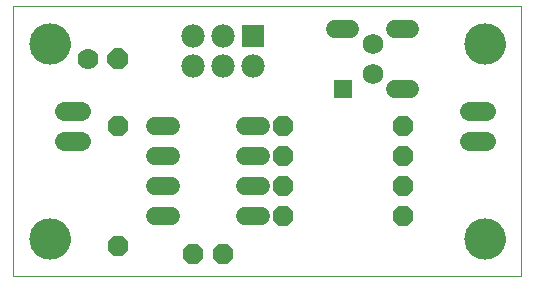
<source format=gbs>
G75*
%MOIN*%
%OFA0B0*%
%FSLAX25Y25*%
%IPPOS*%
%LPD*%
%AMOC8*
5,1,8,0,0,1.08239X$1,22.5*
%
%ADD10C,0.00000*%
%ADD11C,0.13800*%
%ADD12C,0.06000*%
%ADD13C,0.06400*%
%ADD14R,0.05950X0.05950*%
%ADD15C,0.05950*%
%ADD16C,0.06800*%
%ADD17OC8,0.07000*%
%ADD18C,0.07000*%
%ADD19R,0.07800X0.07800*%
%ADD20C,0.07800*%
%ADD21OC8,0.06800*%
D10*
X0001494Y0001520D02*
X0001516Y0091480D01*
X0170850Y0091480D01*
X0170850Y0001520D01*
X0001494Y0001520D01*
X0007500Y0014000D02*
X0007502Y0014161D01*
X0007508Y0014321D01*
X0007518Y0014482D01*
X0007532Y0014642D01*
X0007550Y0014802D01*
X0007571Y0014961D01*
X0007597Y0015120D01*
X0007627Y0015278D01*
X0007660Y0015435D01*
X0007698Y0015592D01*
X0007739Y0015747D01*
X0007784Y0015901D01*
X0007833Y0016054D01*
X0007886Y0016206D01*
X0007942Y0016357D01*
X0008003Y0016506D01*
X0008066Y0016654D01*
X0008134Y0016800D01*
X0008205Y0016944D01*
X0008279Y0017086D01*
X0008357Y0017227D01*
X0008439Y0017365D01*
X0008524Y0017502D01*
X0008612Y0017636D01*
X0008704Y0017768D01*
X0008799Y0017898D01*
X0008897Y0018026D01*
X0008998Y0018151D01*
X0009102Y0018273D01*
X0009209Y0018393D01*
X0009319Y0018510D01*
X0009432Y0018625D01*
X0009548Y0018736D01*
X0009667Y0018845D01*
X0009788Y0018950D01*
X0009912Y0019053D01*
X0010038Y0019153D01*
X0010166Y0019249D01*
X0010297Y0019342D01*
X0010431Y0019432D01*
X0010566Y0019519D01*
X0010704Y0019602D01*
X0010843Y0019682D01*
X0010985Y0019758D01*
X0011128Y0019831D01*
X0011273Y0019900D01*
X0011420Y0019966D01*
X0011568Y0020028D01*
X0011718Y0020086D01*
X0011869Y0020141D01*
X0012022Y0020192D01*
X0012176Y0020239D01*
X0012331Y0020282D01*
X0012487Y0020321D01*
X0012643Y0020357D01*
X0012801Y0020388D01*
X0012959Y0020416D01*
X0013118Y0020440D01*
X0013278Y0020460D01*
X0013438Y0020476D01*
X0013598Y0020488D01*
X0013759Y0020496D01*
X0013920Y0020500D01*
X0014080Y0020500D01*
X0014241Y0020496D01*
X0014402Y0020488D01*
X0014562Y0020476D01*
X0014722Y0020460D01*
X0014882Y0020440D01*
X0015041Y0020416D01*
X0015199Y0020388D01*
X0015357Y0020357D01*
X0015513Y0020321D01*
X0015669Y0020282D01*
X0015824Y0020239D01*
X0015978Y0020192D01*
X0016131Y0020141D01*
X0016282Y0020086D01*
X0016432Y0020028D01*
X0016580Y0019966D01*
X0016727Y0019900D01*
X0016872Y0019831D01*
X0017015Y0019758D01*
X0017157Y0019682D01*
X0017296Y0019602D01*
X0017434Y0019519D01*
X0017569Y0019432D01*
X0017703Y0019342D01*
X0017834Y0019249D01*
X0017962Y0019153D01*
X0018088Y0019053D01*
X0018212Y0018950D01*
X0018333Y0018845D01*
X0018452Y0018736D01*
X0018568Y0018625D01*
X0018681Y0018510D01*
X0018791Y0018393D01*
X0018898Y0018273D01*
X0019002Y0018151D01*
X0019103Y0018026D01*
X0019201Y0017898D01*
X0019296Y0017768D01*
X0019388Y0017636D01*
X0019476Y0017502D01*
X0019561Y0017365D01*
X0019643Y0017227D01*
X0019721Y0017086D01*
X0019795Y0016944D01*
X0019866Y0016800D01*
X0019934Y0016654D01*
X0019997Y0016506D01*
X0020058Y0016357D01*
X0020114Y0016206D01*
X0020167Y0016054D01*
X0020216Y0015901D01*
X0020261Y0015747D01*
X0020302Y0015592D01*
X0020340Y0015435D01*
X0020373Y0015278D01*
X0020403Y0015120D01*
X0020429Y0014961D01*
X0020450Y0014802D01*
X0020468Y0014642D01*
X0020482Y0014482D01*
X0020492Y0014321D01*
X0020498Y0014161D01*
X0020500Y0014000D01*
X0020498Y0013839D01*
X0020492Y0013679D01*
X0020482Y0013518D01*
X0020468Y0013358D01*
X0020450Y0013198D01*
X0020429Y0013039D01*
X0020403Y0012880D01*
X0020373Y0012722D01*
X0020340Y0012565D01*
X0020302Y0012408D01*
X0020261Y0012253D01*
X0020216Y0012099D01*
X0020167Y0011946D01*
X0020114Y0011794D01*
X0020058Y0011643D01*
X0019997Y0011494D01*
X0019934Y0011346D01*
X0019866Y0011200D01*
X0019795Y0011056D01*
X0019721Y0010914D01*
X0019643Y0010773D01*
X0019561Y0010635D01*
X0019476Y0010498D01*
X0019388Y0010364D01*
X0019296Y0010232D01*
X0019201Y0010102D01*
X0019103Y0009974D01*
X0019002Y0009849D01*
X0018898Y0009727D01*
X0018791Y0009607D01*
X0018681Y0009490D01*
X0018568Y0009375D01*
X0018452Y0009264D01*
X0018333Y0009155D01*
X0018212Y0009050D01*
X0018088Y0008947D01*
X0017962Y0008847D01*
X0017834Y0008751D01*
X0017703Y0008658D01*
X0017569Y0008568D01*
X0017434Y0008481D01*
X0017296Y0008398D01*
X0017157Y0008318D01*
X0017015Y0008242D01*
X0016872Y0008169D01*
X0016727Y0008100D01*
X0016580Y0008034D01*
X0016432Y0007972D01*
X0016282Y0007914D01*
X0016131Y0007859D01*
X0015978Y0007808D01*
X0015824Y0007761D01*
X0015669Y0007718D01*
X0015513Y0007679D01*
X0015357Y0007643D01*
X0015199Y0007612D01*
X0015041Y0007584D01*
X0014882Y0007560D01*
X0014722Y0007540D01*
X0014562Y0007524D01*
X0014402Y0007512D01*
X0014241Y0007504D01*
X0014080Y0007500D01*
X0013920Y0007500D01*
X0013759Y0007504D01*
X0013598Y0007512D01*
X0013438Y0007524D01*
X0013278Y0007540D01*
X0013118Y0007560D01*
X0012959Y0007584D01*
X0012801Y0007612D01*
X0012643Y0007643D01*
X0012487Y0007679D01*
X0012331Y0007718D01*
X0012176Y0007761D01*
X0012022Y0007808D01*
X0011869Y0007859D01*
X0011718Y0007914D01*
X0011568Y0007972D01*
X0011420Y0008034D01*
X0011273Y0008100D01*
X0011128Y0008169D01*
X0010985Y0008242D01*
X0010843Y0008318D01*
X0010704Y0008398D01*
X0010566Y0008481D01*
X0010431Y0008568D01*
X0010297Y0008658D01*
X0010166Y0008751D01*
X0010038Y0008847D01*
X0009912Y0008947D01*
X0009788Y0009050D01*
X0009667Y0009155D01*
X0009548Y0009264D01*
X0009432Y0009375D01*
X0009319Y0009490D01*
X0009209Y0009607D01*
X0009102Y0009727D01*
X0008998Y0009849D01*
X0008897Y0009974D01*
X0008799Y0010102D01*
X0008704Y0010232D01*
X0008612Y0010364D01*
X0008524Y0010498D01*
X0008439Y0010635D01*
X0008357Y0010773D01*
X0008279Y0010914D01*
X0008205Y0011056D01*
X0008134Y0011200D01*
X0008066Y0011346D01*
X0008003Y0011494D01*
X0007942Y0011643D01*
X0007886Y0011794D01*
X0007833Y0011946D01*
X0007784Y0012099D01*
X0007739Y0012253D01*
X0007698Y0012408D01*
X0007660Y0012565D01*
X0007627Y0012722D01*
X0007597Y0012880D01*
X0007571Y0013039D01*
X0007550Y0013198D01*
X0007532Y0013358D01*
X0007518Y0013518D01*
X0007508Y0013679D01*
X0007502Y0013839D01*
X0007500Y0014000D01*
X0007500Y0079000D02*
X0007502Y0079161D01*
X0007508Y0079321D01*
X0007518Y0079482D01*
X0007532Y0079642D01*
X0007550Y0079802D01*
X0007571Y0079961D01*
X0007597Y0080120D01*
X0007627Y0080278D01*
X0007660Y0080435D01*
X0007698Y0080592D01*
X0007739Y0080747D01*
X0007784Y0080901D01*
X0007833Y0081054D01*
X0007886Y0081206D01*
X0007942Y0081357D01*
X0008003Y0081506D01*
X0008066Y0081654D01*
X0008134Y0081800D01*
X0008205Y0081944D01*
X0008279Y0082086D01*
X0008357Y0082227D01*
X0008439Y0082365D01*
X0008524Y0082502D01*
X0008612Y0082636D01*
X0008704Y0082768D01*
X0008799Y0082898D01*
X0008897Y0083026D01*
X0008998Y0083151D01*
X0009102Y0083273D01*
X0009209Y0083393D01*
X0009319Y0083510D01*
X0009432Y0083625D01*
X0009548Y0083736D01*
X0009667Y0083845D01*
X0009788Y0083950D01*
X0009912Y0084053D01*
X0010038Y0084153D01*
X0010166Y0084249D01*
X0010297Y0084342D01*
X0010431Y0084432D01*
X0010566Y0084519D01*
X0010704Y0084602D01*
X0010843Y0084682D01*
X0010985Y0084758D01*
X0011128Y0084831D01*
X0011273Y0084900D01*
X0011420Y0084966D01*
X0011568Y0085028D01*
X0011718Y0085086D01*
X0011869Y0085141D01*
X0012022Y0085192D01*
X0012176Y0085239D01*
X0012331Y0085282D01*
X0012487Y0085321D01*
X0012643Y0085357D01*
X0012801Y0085388D01*
X0012959Y0085416D01*
X0013118Y0085440D01*
X0013278Y0085460D01*
X0013438Y0085476D01*
X0013598Y0085488D01*
X0013759Y0085496D01*
X0013920Y0085500D01*
X0014080Y0085500D01*
X0014241Y0085496D01*
X0014402Y0085488D01*
X0014562Y0085476D01*
X0014722Y0085460D01*
X0014882Y0085440D01*
X0015041Y0085416D01*
X0015199Y0085388D01*
X0015357Y0085357D01*
X0015513Y0085321D01*
X0015669Y0085282D01*
X0015824Y0085239D01*
X0015978Y0085192D01*
X0016131Y0085141D01*
X0016282Y0085086D01*
X0016432Y0085028D01*
X0016580Y0084966D01*
X0016727Y0084900D01*
X0016872Y0084831D01*
X0017015Y0084758D01*
X0017157Y0084682D01*
X0017296Y0084602D01*
X0017434Y0084519D01*
X0017569Y0084432D01*
X0017703Y0084342D01*
X0017834Y0084249D01*
X0017962Y0084153D01*
X0018088Y0084053D01*
X0018212Y0083950D01*
X0018333Y0083845D01*
X0018452Y0083736D01*
X0018568Y0083625D01*
X0018681Y0083510D01*
X0018791Y0083393D01*
X0018898Y0083273D01*
X0019002Y0083151D01*
X0019103Y0083026D01*
X0019201Y0082898D01*
X0019296Y0082768D01*
X0019388Y0082636D01*
X0019476Y0082502D01*
X0019561Y0082365D01*
X0019643Y0082227D01*
X0019721Y0082086D01*
X0019795Y0081944D01*
X0019866Y0081800D01*
X0019934Y0081654D01*
X0019997Y0081506D01*
X0020058Y0081357D01*
X0020114Y0081206D01*
X0020167Y0081054D01*
X0020216Y0080901D01*
X0020261Y0080747D01*
X0020302Y0080592D01*
X0020340Y0080435D01*
X0020373Y0080278D01*
X0020403Y0080120D01*
X0020429Y0079961D01*
X0020450Y0079802D01*
X0020468Y0079642D01*
X0020482Y0079482D01*
X0020492Y0079321D01*
X0020498Y0079161D01*
X0020500Y0079000D01*
X0020498Y0078839D01*
X0020492Y0078679D01*
X0020482Y0078518D01*
X0020468Y0078358D01*
X0020450Y0078198D01*
X0020429Y0078039D01*
X0020403Y0077880D01*
X0020373Y0077722D01*
X0020340Y0077565D01*
X0020302Y0077408D01*
X0020261Y0077253D01*
X0020216Y0077099D01*
X0020167Y0076946D01*
X0020114Y0076794D01*
X0020058Y0076643D01*
X0019997Y0076494D01*
X0019934Y0076346D01*
X0019866Y0076200D01*
X0019795Y0076056D01*
X0019721Y0075914D01*
X0019643Y0075773D01*
X0019561Y0075635D01*
X0019476Y0075498D01*
X0019388Y0075364D01*
X0019296Y0075232D01*
X0019201Y0075102D01*
X0019103Y0074974D01*
X0019002Y0074849D01*
X0018898Y0074727D01*
X0018791Y0074607D01*
X0018681Y0074490D01*
X0018568Y0074375D01*
X0018452Y0074264D01*
X0018333Y0074155D01*
X0018212Y0074050D01*
X0018088Y0073947D01*
X0017962Y0073847D01*
X0017834Y0073751D01*
X0017703Y0073658D01*
X0017569Y0073568D01*
X0017434Y0073481D01*
X0017296Y0073398D01*
X0017157Y0073318D01*
X0017015Y0073242D01*
X0016872Y0073169D01*
X0016727Y0073100D01*
X0016580Y0073034D01*
X0016432Y0072972D01*
X0016282Y0072914D01*
X0016131Y0072859D01*
X0015978Y0072808D01*
X0015824Y0072761D01*
X0015669Y0072718D01*
X0015513Y0072679D01*
X0015357Y0072643D01*
X0015199Y0072612D01*
X0015041Y0072584D01*
X0014882Y0072560D01*
X0014722Y0072540D01*
X0014562Y0072524D01*
X0014402Y0072512D01*
X0014241Y0072504D01*
X0014080Y0072500D01*
X0013920Y0072500D01*
X0013759Y0072504D01*
X0013598Y0072512D01*
X0013438Y0072524D01*
X0013278Y0072540D01*
X0013118Y0072560D01*
X0012959Y0072584D01*
X0012801Y0072612D01*
X0012643Y0072643D01*
X0012487Y0072679D01*
X0012331Y0072718D01*
X0012176Y0072761D01*
X0012022Y0072808D01*
X0011869Y0072859D01*
X0011718Y0072914D01*
X0011568Y0072972D01*
X0011420Y0073034D01*
X0011273Y0073100D01*
X0011128Y0073169D01*
X0010985Y0073242D01*
X0010843Y0073318D01*
X0010704Y0073398D01*
X0010566Y0073481D01*
X0010431Y0073568D01*
X0010297Y0073658D01*
X0010166Y0073751D01*
X0010038Y0073847D01*
X0009912Y0073947D01*
X0009788Y0074050D01*
X0009667Y0074155D01*
X0009548Y0074264D01*
X0009432Y0074375D01*
X0009319Y0074490D01*
X0009209Y0074607D01*
X0009102Y0074727D01*
X0008998Y0074849D01*
X0008897Y0074974D01*
X0008799Y0075102D01*
X0008704Y0075232D01*
X0008612Y0075364D01*
X0008524Y0075498D01*
X0008439Y0075635D01*
X0008357Y0075773D01*
X0008279Y0075914D01*
X0008205Y0076056D01*
X0008134Y0076200D01*
X0008066Y0076346D01*
X0008003Y0076494D01*
X0007942Y0076643D01*
X0007886Y0076794D01*
X0007833Y0076946D01*
X0007784Y0077099D01*
X0007739Y0077253D01*
X0007698Y0077408D01*
X0007660Y0077565D01*
X0007627Y0077722D01*
X0007597Y0077880D01*
X0007571Y0078039D01*
X0007550Y0078198D01*
X0007532Y0078358D01*
X0007518Y0078518D01*
X0007508Y0078679D01*
X0007502Y0078839D01*
X0007500Y0079000D01*
X0152500Y0079000D02*
X0152502Y0079161D01*
X0152508Y0079321D01*
X0152518Y0079482D01*
X0152532Y0079642D01*
X0152550Y0079802D01*
X0152571Y0079961D01*
X0152597Y0080120D01*
X0152627Y0080278D01*
X0152660Y0080435D01*
X0152698Y0080592D01*
X0152739Y0080747D01*
X0152784Y0080901D01*
X0152833Y0081054D01*
X0152886Y0081206D01*
X0152942Y0081357D01*
X0153003Y0081506D01*
X0153066Y0081654D01*
X0153134Y0081800D01*
X0153205Y0081944D01*
X0153279Y0082086D01*
X0153357Y0082227D01*
X0153439Y0082365D01*
X0153524Y0082502D01*
X0153612Y0082636D01*
X0153704Y0082768D01*
X0153799Y0082898D01*
X0153897Y0083026D01*
X0153998Y0083151D01*
X0154102Y0083273D01*
X0154209Y0083393D01*
X0154319Y0083510D01*
X0154432Y0083625D01*
X0154548Y0083736D01*
X0154667Y0083845D01*
X0154788Y0083950D01*
X0154912Y0084053D01*
X0155038Y0084153D01*
X0155166Y0084249D01*
X0155297Y0084342D01*
X0155431Y0084432D01*
X0155566Y0084519D01*
X0155704Y0084602D01*
X0155843Y0084682D01*
X0155985Y0084758D01*
X0156128Y0084831D01*
X0156273Y0084900D01*
X0156420Y0084966D01*
X0156568Y0085028D01*
X0156718Y0085086D01*
X0156869Y0085141D01*
X0157022Y0085192D01*
X0157176Y0085239D01*
X0157331Y0085282D01*
X0157487Y0085321D01*
X0157643Y0085357D01*
X0157801Y0085388D01*
X0157959Y0085416D01*
X0158118Y0085440D01*
X0158278Y0085460D01*
X0158438Y0085476D01*
X0158598Y0085488D01*
X0158759Y0085496D01*
X0158920Y0085500D01*
X0159080Y0085500D01*
X0159241Y0085496D01*
X0159402Y0085488D01*
X0159562Y0085476D01*
X0159722Y0085460D01*
X0159882Y0085440D01*
X0160041Y0085416D01*
X0160199Y0085388D01*
X0160357Y0085357D01*
X0160513Y0085321D01*
X0160669Y0085282D01*
X0160824Y0085239D01*
X0160978Y0085192D01*
X0161131Y0085141D01*
X0161282Y0085086D01*
X0161432Y0085028D01*
X0161580Y0084966D01*
X0161727Y0084900D01*
X0161872Y0084831D01*
X0162015Y0084758D01*
X0162157Y0084682D01*
X0162296Y0084602D01*
X0162434Y0084519D01*
X0162569Y0084432D01*
X0162703Y0084342D01*
X0162834Y0084249D01*
X0162962Y0084153D01*
X0163088Y0084053D01*
X0163212Y0083950D01*
X0163333Y0083845D01*
X0163452Y0083736D01*
X0163568Y0083625D01*
X0163681Y0083510D01*
X0163791Y0083393D01*
X0163898Y0083273D01*
X0164002Y0083151D01*
X0164103Y0083026D01*
X0164201Y0082898D01*
X0164296Y0082768D01*
X0164388Y0082636D01*
X0164476Y0082502D01*
X0164561Y0082365D01*
X0164643Y0082227D01*
X0164721Y0082086D01*
X0164795Y0081944D01*
X0164866Y0081800D01*
X0164934Y0081654D01*
X0164997Y0081506D01*
X0165058Y0081357D01*
X0165114Y0081206D01*
X0165167Y0081054D01*
X0165216Y0080901D01*
X0165261Y0080747D01*
X0165302Y0080592D01*
X0165340Y0080435D01*
X0165373Y0080278D01*
X0165403Y0080120D01*
X0165429Y0079961D01*
X0165450Y0079802D01*
X0165468Y0079642D01*
X0165482Y0079482D01*
X0165492Y0079321D01*
X0165498Y0079161D01*
X0165500Y0079000D01*
X0165498Y0078839D01*
X0165492Y0078679D01*
X0165482Y0078518D01*
X0165468Y0078358D01*
X0165450Y0078198D01*
X0165429Y0078039D01*
X0165403Y0077880D01*
X0165373Y0077722D01*
X0165340Y0077565D01*
X0165302Y0077408D01*
X0165261Y0077253D01*
X0165216Y0077099D01*
X0165167Y0076946D01*
X0165114Y0076794D01*
X0165058Y0076643D01*
X0164997Y0076494D01*
X0164934Y0076346D01*
X0164866Y0076200D01*
X0164795Y0076056D01*
X0164721Y0075914D01*
X0164643Y0075773D01*
X0164561Y0075635D01*
X0164476Y0075498D01*
X0164388Y0075364D01*
X0164296Y0075232D01*
X0164201Y0075102D01*
X0164103Y0074974D01*
X0164002Y0074849D01*
X0163898Y0074727D01*
X0163791Y0074607D01*
X0163681Y0074490D01*
X0163568Y0074375D01*
X0163452Y0074264D01*
X0163333Y0074155D01*
X0163212Y0074050D01*
X0163088Y0073947D01*
X0162962Y0073847D01*
X0162834Y0073751D01*
X0162703Y0073658D01*
X0162569Y0073568D01*
X0162434Y0073481D01*
X0162296Y0073398D01*
X0162157Y0073318D01*
X0162015Y0073242D01*
X0161872Y0073169D01*
X0161727Y0073100D01*
X0161580Y0073034D01*
X0161432Y0072972D01*
X0161282Y0072914D01*
X0161131Y0072859D01*
X0160978Y0072808D01*
X0160824Y0072761D01*
X0160669Y0072718D01*
X0160513Y0072679D01*
X0160357Y0072643D01*
X0160199Y0072612D01*
X0160041Y0072584D01*
X0159882Y0072560D01*
X0159722Y0072540D01*
X0159562Y0072524D01*
X0159402Y0072512D01*
X0159241Y0072504D01*
X0159080Y0072500D01*
X0158920Y0072500D01*
X0158759Y0072504D01*
X0158598Y0072512D01*
X0158438Y0072524D01*
X0158278Y0072540D01*
X0158118Y0072560D01*
X0157959Y0072584D01*
X0157801Y0072612D01*
X0157643Y0072643D01*
X0157487Y0072679D01*
X0157331Y0072718D01*
X0157176Y0072761D01*
X0157022Y0072808D01*
X0156869Y0072859D01*
X0156718Y0072914D01*
X0156568Y0072972D01*
X0156420Y0073034D01*
X0156273Y0073100D01*
X0156128Y0073169D01*
X0155985Y0073242D01*
X0155843Y0073318D01*
X0155704Y0073398D01*
X0155566Y0073481D01*
X0155431Y0073568D01*
X0155297Y0073658D01*
X0155166Y0073751D01*
X0155038Y0073847D01*
X0154912Y0073947D01*
X0154788Y0074050D01*
X0154667Y0074155D01*
X0154548Y0074264D01*
X0154432Y0074375D01*
X0154319Y0074490D01*
X0154209Y0074607D01*
X0154102Y0074727D01*
X0153998Y0074849D01*
X0153897Y0074974D01*
X0153799Y0075102D01*
X0153704Y0075232D01*
X0153612Y0075364D01*
X0153524Y0075498D01*
X0153439Y0075635D01*
X0153357Y0075773D01*
X0153279Y0075914D01*
X0153205Y0076056D01*
X0153134Y0076200D01*
X0153066Y0076346D01*
X0153003Y0076494D01*
X0152942Y0076643D01*
X0152886Y0076794D01*
X0152833Y0076946D01*
X0152784Y0077099D01*
X0152739Y0077253D01*
X0152698Y0077408D01*
X0152660Y0077565D01*
X0152627Y0077722D01*
X0152597Y0077880D01*
X0152571Y0078039D01*
X0152550Y0078198D01*
X0152532Y0078358D01*
X0152518Y0078518D01*
X0152508Y0078679D01*
X0152502Y0078839D01*
X0152500Y0079000D01*
X0152500Y0014000D02*
X0152502Y0014161D01*
X0152508Y0014321D01*
X0152518Y0014482D01*
X0152532Y0014642D01*
X0152550Y0014802D01*
X0152571Y0014961D01*
X0152597Y0015120D01*
X0152627Y0015278D01*
X0152660Y0015435D01*
X0152698Y0015592D01*
X0152739Y0015747D01*
X0152784Y0015901D01*
X0152833Y0016054D01*
X0152886Y0016206D01*
X0152942Y0016357D01*
X0153003Y0016506D01*
X0153066Y0016654D01*
X0153134Y0016800D01*
X0153205Y0016944D01*
X0153279Y0017086D01*
X0153357Y0017227D01*
X0153439Y0017365D01*
X0153524Y0017502D01*
X0153612Y0017636D01*
X0153704Y0017768D01*
X0153799Y0017898D01*
X0153897Y0018026D01*
X0153998Y0018151D01*
X0154102Y0018273D01*
X0154209Y0018393D01*
X0154319Y0018510D01*
X0154432Y0018625D01*
X0154548Y0018736D01*
X0154667Y0018845D01*
X0154788Y0018950D01*
X0154912Y0019053D01*
X0155038Y0019153D01*
X0155166Y0019249D01*
X0155297Y0019342D01*
X0155431Y0019432D01*
X0155566Y0019519D01*
X0155704Y0019602D01*
X0155843Y0019682D01*
X0155985Y0019758D01*
X0156128Y0019831D01*
X0156273Y0019900D01*
X0156420Y0019966D01*
X0156568Y0020028D01*
X0156718Y0020086D01*
X0156869Y0020141D01*
X0157022Y0020192D01*
X0157176Y0020239D01*
X0157331Y0020282D01*
X0157487Y0020321D01*
X0157643Y0020357D01*
X0157801Y0020388D01*
X0157959Y0020416D01*
X0158118Y0020440D01*
X0158278Y0020460D01*
X0158438Y0020476D01*
X0158598Y0020488D01*
X0158759Y0020496D01*
X0158920Y0020500D01*
X0159080Y0020500D01*
X0159241Y0020496D01*
X0159402Y0020488D01*
X0159562Y0020476D01*
X0159722Y0020460D01*
X0159882Y0020440D01*
X0160041Y0020416D01*
X0160199Y0020388D01*
X0160357Y0020357D01*
X0160513Y0020321D01*
X0160669Y0020282D01*
X0160824Y0020239D01*
X0160978Y0020192D01*
X0161131Y0020141D01*
X0161282Y0020086D01*
X0161432Y0020028D01*
X0161580Y0019966D01*
X0161727Y0019900D01*
X0161872Y0019831D01*
X0162015Y0019758D01*
X0162157Y0019682D01*
X0162296Y0019602D01*
X0162434Y0019519D01*
X0162569Y0019432D01*
X0162703Y0019342D01*
X0162834Y0019249D01*
X0162962Y0019153D01*
X0163088Y0019053D01*
X0163212Y0018950D01*
X0163333Y0018845D01*
X0163452Y0018736D01*
X0163568Y0018625D01*
X0163681Y0018510D01*
X0163791Y0018393D01*
X0163898Y0018273D01*
X0164002Y0018151D01*
X0164103Y0018026D01*
X0164201Y0017898D01*
X0164296Y0017768D01*
X0164388Y0017636D01*
X0164476Y0017502D01*
X0164561Y0017365D01*
X0164643Y0017227D01*
X0164721Y0017086D01*
X0164795Y0016944D01*
X0164866Y0016800D01*
X0164934Y0016654D01*
X0164997Y0016506D01*
X0165058Y0016357D01*
X0165114Y0016206D01*
X0165167Y0016054D01*
X0165216Y0015901D01*
X0165261Y0015747D01*
X0165302Y0015592D01*
X0165340Y0015435D01*
X0165373Y0015278D01*
X0165403Y0015120D01*
X0165429Y0014961D01*
X0165450Y0014802D01*
X0165468Y0014642D01*
X0165482Y0014482D01*
X0165492Y0014321D01*
X0165498Y0014161D01*
X0165500Y0014000D01*
X0165498Y0013839D01*
X0165492Y0013679D01*
X0165482Y0013518D01*
X0165468Y0013358D01*
X0165450Y0013198D01*
X0165429Y0013039D01*
X0165403Y0012880D01*
X0165373Y0012722D01*
X0165340Y0012565D01*
X0165302Y0012408D01*
X0165261Y0012253D01*
X0165216Y0012099D01*
X0165167Y0011946D01*
X0165114Y0011794D01*
X0165058Y0011643D01*
X0164997Y0011494D01*
X0164934Y0011346D01*
X0164866Y0011200D01*
X0164795Y0011056D01*
X0164721Y0010914D01*
X0164643Y0010773D01*
X0164561Y0010635D01*
X0164476Y0010498D01*
X0164388Y0010364D01*
X0164296Y0010232D01*
X0164201Y0010102D01*
X0164103Y0009974D01*
X0164002Y0009849D01*
X0163898Y0009727D01*
X0163791Y0009607D01*
X0163681Y0009490D01*
X0163568Y0009375D01*
X0163452Y0009264D01*
X0163333Y0009155D01*
X0163212Y0009050D01*
X0163088Y0008947D01*
X0162962Y0008847D01*
X0162834Y0008751D01*
X0162703Y0008658D01*
X0162569Y0008568D01*
X0162434Y0008481D01*
X0162296Y0008398D01*
X0162157Y0008318D01*
X0162015Y0008242D01*
X0161872Y0008169D01*
X0161727Y0008100D01*
X0161580Y0008034D01*
X0161432Y0007972D01*
X0161282Y0007914D01*
X0161131Y0007859D01*
X0160978Y0007808D01*
X0160824Y0007761D01*
X0160669Y0007718D01*
X0160513Y0007679D01*
X0160357Y0007643D01*
X0160199Y0007612D01*
X0160041Y0007584D01*
X0159882Y0007560D01*
X0159722Y0007540D01*
X0159562Y0007524D01*
X0159402Y0007512D01*
X0159241Y0007504D01*
X0159080Y0007500D01*
X0158920Y0007500D01*
X0158759Y0007504D01*
X0158598Y0007512D01*
X0158438Y0007524D01*
X0158278Y0007540D01*
X0158118Y0007560D01*
X0157959Y0007584D01*
X0157801Y0007612D01*
X0157643Y0007643D01*
X0157487Y0007679D01*
X0157331Y0007718D01*
X0157176Y0007761D01*
X0157022Y0007808D01*
X0156869Y0007859D01*
X0156718Y0007914D01*
X0156568Y0007972D01*
X0156420Y0008034D01*
X0156273Y0008100D01*
X0156128Y0008169D01*
X0155985Y0008242D01*
X0155843Y0008318D01*
X0155704Y0008398D01*
X0155566Y0008481D01*
X0155431Y0008568D01*
X0155297Y0008658D01*
X0155166Y0008751D01*
X0155038Y0008847D01*
X0154912Y0008947D01*
X0154788Y0009050D01*
X0154667Y0009155D01*
X0154548Y0009264D01*
X0154432Y0009375D01*
X0154319Y0009490D01*
X0154209Y0009607D01*
X0154102Y0009727D01*
X0153998Y0009849D01*
X0153897Y0009974D01*
X0153799Y0010102D01*
X0153704Y0010232D01*
X0153612Y0010364D01*
X0153524Y0010498D01*
X0153439Y0010635D01*
X0153357Y0010773D01*
X0153279Y0010914D01*
X0153205Y0011056D01*
X0153134Y0011200D01*
X0153066Y0011346D01*
X0153003Y0011494D01*
X0152942Y0011643D01*
X0152886Y0011794D01*
X0152833Y0011946D01*
X0152784Y0012099D01*
X0152739Y0012253D01*
X0152698Y0012408D01*
X0152660Y0012565D01*
X0152627Y0012722D01*
X0152597Y0012880D01*
X0152571Y0013039D01*
X0152550Y0013198D01*
X0152532Y0013358D01*
X0152518Y0013518D01*
X0152508Y0013679D01*
X0152502Y0013839D01*
X0152500Y0014000D01*
D11*
X0159000Y0014000D03*
X0159000Y0079000D03*
X0014000Y0079000D03*
X0014000Y0014000D03*
D12*
X0048900Y0021500D02*
X0054100Y0021500D01*
X0054100Y0031500D02*
X0048900Y0031500D01*
X0048900Y0041500D02*
X0054100Y0041500D01*
X0054100Y0051500D02*
X0048900Y0051500D01*
X0078900Y0051500D02*
X0084100Y0051500D01*
X0084100Y0041500D02*
X0078900Y0041500D01*
X0078900Y0031500D02*
X0084100Y0031500D01*
X0084100Y0021500D02*
X0078900Y0021500D01*
D13*
X0024300Y0046500D02*
X0018700Y0046500D01*
X0018700Y0056500D02*
X0024300Y0056500D01*
X0153700Y0056500D02*
X0159300Y0056500D01*
X0159300Y0046500D02*
X0153700Y0046500D01*
D14*
X0111500Y0064000D03*
D15*
X0128925Y0064000D02*
X0134075Y0064000D01*
X0134075Y0084000D02*
X0128925Y0084000D01*
X0114075Y0084000D02*
X0108925Y0084000D01*
D16*
X0121500Y0079000D03*
X0121500Y0069000D03*
D17*
X0036500Y0074000D03*
D18*
X0026500Y0074000D03*
D19*
X0081500Y0081500D03*
D20*
X0071500Y0081500D03*
X0061500Y0081500D03*
X0061500Y0071500D03*
X0071500Y0071500D03*
X0081500Y0071500D03*
D21*
X0091500Y0051500D03*
X0091500Y0041500D03*
X0091500Y0031500D03*
X0091500Y0021500D03*
X0071500Y0009000D03*
X0061500Y0009000D03*
X0036500Y0011500D03*
X0036500Y0051500D03*
X0131500Y0051500D03*
X0131500Y0041500D03*
X0131500Y0031500D03*
X0131500Y0021500D03*
M02*

</source>
